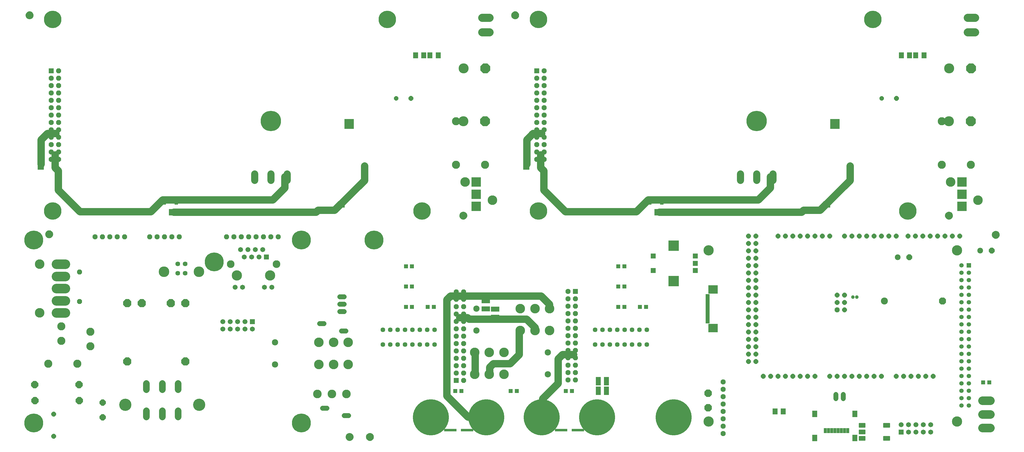
<source format=gbs>
G75*
G70*
%OFA0B0*%
%FSLAX24Y24*%
%IPPOS*%
%LPD*%
%AMOC8*
5,1,8,0,0,1.08239X$1,22.5*
%
%ADD10C,0.1000*%
%ADD11C,0.0973*%
%ADD12C,0.2759*%
%ADD13R,0.0674X0.0674*%
%ADD14OC8,0.0674*%
%ADD15C,0.1360*%
%ADD16OC8,0.1360*%
%ADD17C,0.1100*%
%ADD18OC8,0.0640*%
%ADD19OC8,0.0600*%
%ADD20OC8,0.0973*%
%ADD21C,0.0907*%
%ADD22OC8,0.0840*%
%ADD23C,0.1653*%
%ADD24C,0.1100*%
%ADD25C,0.0674*%
%ADD26C,0.0674*%
%ADD27C,0.0640*%
%ADD28C,0.1436*%
%ADD29C,0.1039*%
%ADD30C,0.1386*%
%ADD31OC8,0.0680*%
%ADD32C,0.0477*%
%ADD33C,0.0946*%
%ADD34OC8,0.0946*%
%ADD35OC8,0.0634*%
%ADD36C,0.1299*%
%ADD37C,0.0848*%
%ADD38C,0.4885*%
%ADD39R,0.0552X0.0552*%
%ADD40C,0.1172*%
%ADD41C,0.0595*%
%ADD42R,0.0595X0.0595*%
%ADD43C,0.0634*%
%ADD44R,0.0710X0.0789*%
%ADD45C,0.0095*%
%ADD46C,0.0050*%
%ADD47C,0.0780*%
%ADD48OC8,0.0780*%
%ADD49C,0.1299*%
%ADD50R,0.0710X0.1143*%
%ADD51R,0.1143X0.0710*%
%ADD52R,0.0710X0.0790*%
%ADD53OC8,0.0996*%
%ADD54R,0.1680X0.0380*%
%ADD55R,0.1287X0.1169*%
%ADD56R,0.0552X0.0198*%
%ADD57R,0.1393X0.1393*%
%ADD58OC8,0.1100*%
%ADD59C,0.0680*%
%ADD60C,0.1169*%
%ADD61R,0.0395X0.0671*%
%ADD62R,0.0651X0.0867*%
%ADD63R,0.1299X0.1299*%
%ADD64R,0.0516X0.0516*%
%ADD65C,0.2365*%
%ADD66C,0.2562*%
D10*
X061012Y009503D02*
X063862Y006653D01*
X066287Y006653D01*
X066312Y006628D01*
X061012Y009503D02*
X061012Y022528D01*
X061012Y022553D02*
X061512Y023053D01*
X072962Y023053D01*
X073062Y023053D02*
X073787Y023053D01*
X074912Y021928D01*
X074912Y021403D01*
X072987Y018753D02*
X071812Y019928D01*
X064012Y019928D01*
X063812Y020128D01*
X062737Y020128D01*
X070812Y018303D02*
X070812Y015128D01*
X069562Y013878D01*
X067312Y013878D01*
X066812Y013378D01*
X066812Y012453D01*
X064837Y012553D02*
X064837Y015353D01*
X072987Y018453D02*
X072987Y018753D01*
X076687Y015103D02*
X076087Y014503D01*
X076087Y011228D01*
X073962Y009103D01*
X073962Y006703D01*
X076687Y015103D02*
X078162Y015103D01*
X077079Y034478D02*
X086679Y034478D01*
X088279Y036078D01*
X103179Y036078D01*
X104754Y037653D01*
X104804Y037728D02*
X104804Y039228D01*
X109304Y034678D02*
X111554Y034678D01*
X115604Y038728D01*
X115604Y040678D01*
X109304Y034678D02*
X109054Y034428D01*
X089779Y034428D01*
X077079Y034478D02*
X074154Y037403D01*
X074154Y040003D01*
X073704Y040453D01*
X073704Y042178D01*
X071829Y040903D02*
X071829Y044228D01*
X072679Y045078D01*
X073829Y045078D01*
X049856Y040678D02*
X049856Y038728D01*
X045806Y034678D01*
X043556Y034678D01*
X043306Y034428D01*
X024031Y034428D01*
X022531Y036078D02*
X037431Y036078D01*
X039006Y037653D01*
X039056Y037728D02*
X039056Y039228D01*
X022531Y036078D02*
X020931Y034478D01*
X011331Y034478D01*
X008406Y037403D01*
X008406Y040003D01*
X007956Y040453D01*
X007956Y042178D01*
X006081Y040903D02*
X006081Y044228D01*
X006931Y045078D01*
X008081Y045078D01*
D11*
X034973Y039622D02*
X034973Y038737D01*
X037173Y038737D02*
X037173Y039622D01*
X039373Y039622D02*
X039373Y038737D01*
X100722Y038737D02*
X100722Y039622D01*
X102922Y039622D02*
X102922Y038737D01*
X105122Y038737D02*
X105122Y039622D01*
D12*
X102922Y046779D03*
X037173Y046779D03*
D13*
X007438Y053594D03*
X036577Y028352D03*
X034662Y019578D03*
X062273Y011618D03*
X078414Y023673D03*
X088945Y026504D03*
X088945Y028472D03*
X094654Y028472D03*
X094654Y027488D03*
X094654Y026504D03*
X122517Y004628D03*
X073186Y053594D03*
D14*
X073186Y052594D03*
X074186Y052594D03*
X074186Y053594D03*
X074186Y051594D03*
X074186Y050594D03*
X073186Y050594D03*
X073186Y051594D03*
X073186Y049594D03*
X074186Y049594D03*
X074186Y048594D03*
X074186Y047594D03*
X073186Y047594D03*
X073186Y048594D03*
X073186Y046594D03*
X073186Y045594D03*
X074186Y045594D03*
X074186Y046594D03*
X074186Y044594D03*
X073186Y044594D03*
X073186Y043594D03*
X073186Y042594D03*
X074186Y042594D03*
X074186Y043594D03*
X074186Y041594D03*
X073186Y041594D03*
X038162Y031078D03*
X037162Y031078D03*
X036162Y031078D03*
X035162Y031078D03*
X034162Y031078D03*
X033162Y031078D03*
X032162Y031078D03*
X031162Y031078D03*
X024762Y031078D03*
X023762Y031078D03*
X022762Y031078D03*
X021762Y031078D03*
X020762Y031078D03*
X017387Y031078D03*
X016387Y031078D03*
X015387Y031078D03*
X014387Y031078D03*
X013387Y031078D03*
X008438Y041594D03*
X007438Y041594D03*
X007438Y042594D03*
X008438Y042594D03*
X008438Y043594D03*
X007438Y043594D03*
X007438Y044594D03*
X008438Y044594D03*
X008438Y045594D03*
X007438Y045594D03*
X007438Y046594D03*
X008438Y046594D03*
X008438Y047594D03*
X007438Y047594D03*
X007438Y048594D03*
X008438Y048594D03*
X008438Y049594D03*
X007438Y049594D03*
X007438Y050594D03*
X008438Y050594D03*
X008438Y051594D03*
X007438Y051594D03*
X007438Y052594D03*
X008438Y052594D03*
X008438Y053594D03*
X062273Y023618D03*
X063273Y023618D03*
X063273Y022618D03*
X062273Y022618D03*
X062273Y021618D03*
X063273Y021618D03*
X063273Y020618D03*
X062273Y020618D03*
X062273Y019618D03*
X063273Y019618D03*
X063273Y018618D03*
X063273Y017618D03*
X062273Y017618D03*
X062273Y018618D03*
X062273Y016618D03*
X063273Y016618D03*
X063273Y015618D03*
X062273Y015618D03*
X062273Y014618D03*
X063273Y014618D03*
X063273Y013618D03*
X063273Y012618D03*
X062273Y012618D03*
X062273Y013618D03*
X063273Y011618D03*
X077414Y011673D03*
X078414Y011673D03*
X078414Y012673D03*
X077414Y012673D03*
X077414Y013673D03*
X078414Y013673D03*
X078414Y014673D03*
X077414Y014673D03*
X077414Y015673D03*
X077414Y016673D03*
X078414Y016673D03*
X078414Y015673D03*
X078414Y017673D03*
X077414Y017673D03*
X077414Y018673D03*
X078414Y018673D03*
X078414Y019673D03*
X077414Y019673D03*
X077414Y020673D03*
X077414Y021673D03*
X078414Y021673D03*
X078414Y020673D03*
X078414Y022673D03*
X077414Y022673D03*
X077414Y023673D03*
X098417Y011428D03*
X098417Y010428D03*
X098417Y009428D03*
X098417Y008428D03*
X098417Y007428D03*
X098417Y006428D03*
X098417Y005428D03*
X098417Y004428D03*
D15*
X128978Y046753D03*
X129003Y053903D03*
X063255Y053903D03*
X063230Y046753D03*
D16*
X066183Y046753D03*
X066208Y053903D03*
X131956Y053903D03*
X131931Y046753D03*
D17*
X131504Y058803D02*
X132504Y058803D01*
X132504Y060772D02*
X131504Y060772D01*
X066756Y060772D02*
X065756Y060772D01*
X065756Y058803D02*
X066756Y058803D01*
D18*
X007762Y004053D03*
X007762Y007053D03*
X056131Y049853D03*
X121879Y049853D03*
D19*
X119879Y049853D03*
X054131Y049853D03*
D20*
X011197Y011049D03*
X011222Y008868D03*
X005222Y008868D03*
X005197Y011049D03*
D21*
X020312Y011216D02*
X020312Y010391D01*
X022462Y010391D02*
X022462Y011216D01*
X024612Y011216D02*
X024612Y010391D01*
X024612Y007516D02*
X024612Y006691D01*
X022462Y006691D02*
X022462Y007516D01*
X020312Y007516D02*
X020312Y006691D01*
D22*
X014412Y006628D03*
X014412Y008628D03*
D23*
X017487Y008328D03*
X027487Y008328D03*
D24*
X012730Y016229D03*
X008793Y016977D03*
X012730Y018204D03*
X008793Y018952D03*
X007025Y013893D03*
X010962Y013893D03*
X062243Y040851D03*
X066180Y040851D03*
X066180Y046756D03*
X062243Y046756D03*
X127991Y046756D03*
X131928Y046756D03*
X131928Y040851D03*
X127991Y040851D03*
D25*
X114687Y009725D02*
X114687Y009131D01*
X113687Y009131D02*
X113687Y009725D01*
X047109Y020953D02*
X046515Y020953D01*
X046515Y021953D02*
X047109Y021953D01*
X047109Y022953D02*
X046515Y022953D01*
D26*
X037317Y024234D03*
X036317Y024234D03*
X033337Y024234D03*
X032337Y024234D03*
X033577Y028352D03*
X034577Y028352D03*
X035577Y028352D03*
X035077Y029352D03*
X034077Y029352D03*
X033077Y029352D03*
X036077Y029352D03*
X033662Y019578D03*
X032662Y019578D03*
X031662Y019578D03*
X030662Y019578D03*
X030662Y018578D03*
X031662Y018578D03*
X032662Y018578D03*
X033662Y018578D03*
X034662Y018578D03*
X122517Y005628D03*
X123517Y005628D03*
X124517Y005628D03*
X125517Y005628D03*
X126517Y005628D03*
X126517Y004628D03*
X125517Y004628D03*
X124517Y004628D03*
X123517Y004628D03*
D27*
X025555Y026158D03*
X024571Y026158D03*
X024571Y027418D03*
X025555Y027418D03*
D28*
X027433Y026355D03*
X022693Y026355D03*
D29*
X031727Y027384D03*
X037927Y027384D03*
D30*
X037077Y025852D03*
X032577Y025852D03*
X096425Y029259D03*
X130087Y029259D03*
X130087Y006031D03*
X096425Y006031D03*
D31*
X113837Y021193D03*
X011262Y022328D03*
X011262Y026328D03*
D32*
X115966Y022928D03*
X116517Y022928D03*
D33*
X120237Y022378D03*
D34*
X128107Y022378D03*
D35*
X114837Y022193D03*
X113837Y022193D03*
X113837Y023193D03*
X114837Y023193D03*
X114837Y021193D03*
X102837Y021193D03*
X101837Y021193D03*
X101837Y020193D03*
X102837Y020193D03*
X102837Y019193D03*
X101837Y019193D03*
X101837Y018193D03*
X102837Y018193D03*
X102837Y017193D03*
X101837Y017193D03*
X101837Y016193D03*
X101837Y015193D03*
X102837Y015193D03*
X102837Y016193D03*
X102837Y014193D03*
X101837Y014193D03*
X103837Y012193D03*
X104837Y012193D03*
X105837Y012193D03*
X106837Y012193D03*
X107837Y012193D03*
X108837Y012193D03*
X109837Y012193D03*
X110837Y012193D03*
X112837Y012193D03*
X113837Y012193D03*
X114837Y012193D03*
X115837Y012193D03*
X116837Y012193D03*
X117837Y012193D03*
X118837Y012193D03*
X119837Y012193D03*
X121837Y012193D03*
X122837Y012193D03*
X123837Y012193D03*
X124837Y012193D03*
X125837Y012193D03*
X126837Y012193D03*
X102837Y022193D03*
X101837Y022193D03*
X101837Y023193D03*
X101837Y024193D03*
X102837Y024193D03*
X102837Y023193D03*
X102837Y025193D03*
X101837Y025193D03*
X101837Y026193D03*
X102837Y026193D03*
X102837Y027193D03*
X101837Y027193D03*
X101837Y028193D03*
X101837Y029193D03*
X102837Y029193D03*
X102837Y028193D03*
X102837Y030193D03*
X101837Y030193D03*
X101837Y031193D03*
X102837Y031193D03*
X105837Y031193D03*
X106837Y031193D03*
X107837Y031193D03*
X108837Y031193D03*
X109837Y031193D03*
X110837Y031193D03*
X111837Y031193D03*
X112837Y031193D03*
X114837Y031193D03*
X115837Y031193D03*
X116837Y031193D03*
X117837Y031193D03*
X118837Y031193D03*
X119837Y031193D03*
X120837Y031193D03*
X121837Y031193D03*
X123437Y031193D03*
X124437Y031193D03*
X125437Y031193D03*
X126437Y031193D03*
X127437Y031193D03*
X128437Y031193D03*
X129437Y031193D03*
X130437Y031193D03*
D36*
X132914Y036030D03*
X129213Y038510D03*
X074910Y021342D03*
X072926Y021342D03*
X070941Y021342D03*
X070941Y018365D03*
X072926Y018365D03*
X074910Y018365D03*
X068732Y015417D03*
X066748Y015417D03*
X064764Y015417D03*
X064764Y012440D03*
X066748Y012440D03*
X068732Y012440D03*
X047647Y013790D03*
X045663Y013790D03*
X043679Y013790D03*
X043679Y016767D03*
X045663Y016767D03*
X047647Y016767D03*
X005863Y020764D03*
X005863Y027378D03*
X063465Y038510D03*
X067166Y036030D03*
D37*
X064989Y021342D03*
X064989Y018365D03*
X074685Y015417D03*
X074685Y012440D03*
X037726Y013790D03*
X037726Y016767D03*
D38*
X058847Y006622D03*
X066347Y006622D03*
X073847Y006622D03*
X081347Y006622D03*
X091701Y006622D03*
D39*
X077941Y010165D03*
X077114Y010165D03*
X070461Y010165D03*
X069634Y010165D03*
X062981Y010165D03*
X062154Y010165D03*
X059240Y021582D03*
X058414Y021582D03*
X056288Y021582D03*
X055461Y021582D03*
X055461Y024338D03*
X056288Y024338D03*
X056288Y027094D03*
X055461Y027094D03*
X084201Y027094D03*
X085028Y027094D03*
X085028Y024338D03*
X084201Y024338D03*
X084201Y021582D03*
X085028Y021582D03*
X087154Y021582D03*
X087981Y021582D03*
X133617Y011346D03*
X134444Y011346D03*
D40*
X134563Y008865D02*
X133498Y008865D01*
X133498Y007015D02*
X134563Y007015D01*
X134563Y005165D02*
X133498Y005165D01*
D41*
X131662Y008196D03*
X130662Y008196D03*
X130662Y009196D03*
X131662Y009196D03*
X131662Y010196D03*
X130662Y010196D03*
X130662Y011196D03*
X131662Y011196D03*
X131662Y012196D03*
X130662Y012196D03*
X130662Y013196D03*
X131662Y013196D03*
X131662Y014196D03*
X130662Y014196D03*
X130662Y015196D03*
X131662Y015196D03*
X131662Y016196D03*
X130662Y016196D03*
X130662Y017196D03*
X131662Y017196D03*
X131662Y018196D03*
X130662Y018196D03*
X130662Y019196D03*
X131662Y019196D03*
X131662Y020196D03*
X130662Y020196D03*
X130662Y021196D03*
X131662Y021196D03*
X131662Y022196D03*
X130662Y022196D03*
X130662Y023196D03*
X131662Y023196D03*
X131662Y024196D03*
X130662Y024196D03*
X130662Y025196D03*
X131662Y025196D03*
X131662Y026196D03*
X130662Y026196D03*
X130662Y027196D03*
D42*
X131662Y027196D03*
D43*
X088071Y018464D03*
X087071Y018464D03*
X086071Y018464D03*
X085071Y018464D03*
X084071Y018464D03*
X083071Y018464D03*
X082071Y018464D03*
X081071Y018464D03*
X081071Y016464D03*
X082071Y016464D03*
X083071Y016464D03*
X084071Y016464D03*
X085071Y016464D03*
X086071Y016464D03*
X087071Y016464D03*
X088071Y016464D03*
X059331Y016464D03*
X058331Y016464D03*
X057331Y016464D03*
X056331Y016464D03*
X055331Y016464D03*
X054331Y016464D03*
X053331Y016464D03*
X052331Y016464D03*
X052331Y018464D03*
X053331Y018464D03*
X054331Y018464D03*
X055331Y018464D03*
X056331Y018464D03*
X057331Y018464D03*
X058331Y018464D03*
X059331Y018464D03*
D44*
X105440Y007403D03*
X106543Y007403D03*
X122528Y055678D03*
X123630Y055678D03*
X057882Y055678D03*
X056780Y055678D03*
D45*
X116807Y005271D02*
X117619Y005271D01*
X116807Y005271D02*
X116807Y005807D01*
X117619Y005807D01*
X117619Y005271D01*
X117619Y005365D02*
X116807Y005365D01*
X116807Y005459D02*
X117619Y005459D01*
X117619Y005553D02*
X116807Y005553D01*
X116807Y005647D02*
X117619Y005647D01*
X117619Y005741D02*
X116807Y005741D01*
X116807Y004385D02*
X117619Y004385D01*
X116807Y004385D02*
X116807Y004921D01*
X117619Y004921D01*
X117619Y004385D01*
X117619Y004479D02*
X116807Y004479D01*
X116807Y004573D02*
X117619Y004573D01*
X117619Y004667D02*
X116807Y004667D01*
X116807Y004761D02*
X117619Y004761D01*
X117619Y004855D02*
X116807Y004855D01*
X116807Y003499D02*
X117619Y003499D01*
X116807Y003499D02*
X116807Y004035D01*
X117619Y004035D01*
X117619Y003499D01*
X117619Y003593D02*
X116807Y003593D01*
X116807Y003687D02*
X117619Y003687D01*
X117619Y003781D02*
X116807Y003781D01*
X116807Y003875D02*
X117619Y003875D01*
X117619Y003969D02*
X116807Y003969D01*
X120114Y003499D02*
X120926Y003499D01*
X120114Y003499D02*
X120114Y004035D01*
X120926Y004035D01*
X120926Y003499D01*
X120926Y003593D02*
X120114Y003593D01*
X120114Y003687D02*
X120926Y003687D01*
X120926Y003781D02*
X120114Y003781D01*
X120114Y003875D02*
X120926Y003875D01*
X120926Y003969D02*
X120114Y003969D01*
X120114Y005271D02*
X120926Y005271D01*
X120114Y005271D02*
X120114Y005807D01*
X120926Y005807D01*
X120926Y005271D01*
X120926Y005365D02*
X120114Y005365D01*
X120114Y005459D02*
X120926Y005459D01*
X120926Y005553D02*
X120114Y005553D01*
X120114Y005647D02*
X120926Y005647D01*
X120926Y005741D02*
X120114Y005741D01*
D46*
X135067Y030920D02*
X134995Y030970D01*
X134934Y031032D01*
X134884Y031103D01*
X134847Y031182D01*
X134824Y031267D01*
X134817Y031353D01*
X134824Y031440D01*
X134847Y031524D01*
X134884Y031603D01*
X134934Y031675D01*
X134995Y031736D01*
X135067Y031786D01*
X135146Y031823D01*
X135230Y031846D01*
X135317Y031853D01*
X135404Y031846D01*
X135488Y031823D01*
X135567Y031786D01*
X135638Y031736D01*
X135700Y031675D01*
X135750Y031603D01*
X135787Y031524D01*
X135809Y031440D01*
X135817Y031353D01*
X135809Y031267D01*
X135787Y031182D01*
X135750Y031103D01*
X135700Y031032D01*
X135638Y030970D01*
X135567Y030920D01*
X135488Y030884D01*
X135404Y030861D01*
X135317Y030853D01*
X135230Y030861D01*
X135146Y030884D01*
X135067Y030920D01*
X135073Y030917D02*
X135561Y030917D01*
X135632Y030966D02*
X135001Y030966D01*
X134951Y031014D02*
X135682Y031014D01*
X135721Y031063D02*
X134912Y031063D01*
X134880Y031111D02*
X135753Y031111D01*
X135776Y031160D02*
X134857Y031160D01*
X134840Y031208D02*
X135794Y031208D01*
X135807Y031257D02*
X134827Y031257D01*
X134821Y031305D02*
X135812Y031305D01*
X135817Y031354D02*
X134817Y031354D01*
X134821Y031402D02*
X135812Y031402D01*
X135806Y031451D02*
X134827Y031451D01*
X134840Y031499D02*
X135793Y031499D01*
X135776Y031548D02*
X134858Y031548D01*
X134880Y031596D02*
X135753Y031596D01*
X135721Y031645D02*
X134913Y031645D01*
X134952Y031693D02*
X135681Y031693D01*
X135630Y031742D02*
X135003Y031742D01*
X135076Y031790D02*
X135558Y031790D01*
X135429Y031839D02*
X135205Y031839D01*
X135200Y030869D02*
X135434Y030869D01*
X129412Y033703D02*
X129449Y033782D01*
X129472Y033867D01*
X129479Y033953D01*
X129472Y034040D01*
X129449Y034124D01*
X129412Y034203D01*
X129362Y034275D01*
X129301Y034336D01*
X129229Y034386D01*
X129150Y034423D01*
X129066Y034446D01*
X128979Y034453D01*
X128892Y034446D01*
X128808Y034423D01*
X128729Y034386D01*
X128658Y034336D01*
X128596Y034275D01*
X128546Y034203D01*
X128509Y034124D01*
X128487Y034040D01*
X128479Y033953D01*
X128487Y033867D01*
X128509Y033782D01*
X128546Y033703D01*
X128596Y033632D01*
X128658Y033570D01*
X128729Y033520D01*
X128808Y033484D01*
X128892Y033461D01*
X128979Y033453D01*
X129066Y033461D01*
X129150Y033484D01*
X129229Y033520D01*
X129301Y033570D01*
X129362Y033632D01*
X129412Y033703D01*
X129397Y033682D02*
X128561Y033682D01*
X128534Y033731D02*
X129425Y033731D01*
X129447Y033779D02*
X128511Y033779D01*
X128497Y033828D02*
X129461Y033828D01*
X129472Y033876D02*
X128486Y033876D01*
X128482Y033925D02*
X129477Y033925D01*
X129477Y033973D02*
X128481Y033973D01*
X128485Y034022D02*
X129473Y034022D01*
X129464Y034070D02*
X128495Y034070D01*
X128508Y034119D02*
X129451Y034119D01*
X129429Y034167D02*
X128529Y034167D01*
X128555Y034216D02*
X129404Y034216D01*
X129370Y034264D02*
X128589Y034264D01*
X128634Y034313D02*
X129324Y034313D01*
X129265Y034361D02*
X128693Y034361D01*
X128779Y034410D02*
X129180Y034410D01*
X129363Y033634D02*
X128595Y033634D01*
X128643Y033585D02*
X129315Y033585D01*
X129252Y033537D02*
X128706Y033537D01*
X128799Y033488D02*
X129160Y033488D01*
X070687Y060853D02*
X070637Y060782D01*
X070576Y060720D01*
X070504Y060670D01*
X070425Y060634D01*
X070341Y060611D01*
X070254Y060603D01*
X070167Y060611D01*
X070083Y060634D01*
X070004Y060670D01*
X069933Y060720D01*
X069871Y060782D01*
X069821Y060853D01*
X069784Y060932D01*
X069762Y061017D01*
X069754Y061103D01*
X069762Y061190D01*
X069784Y061274D01*
X069821Y061353D01*
X069871Y061425D01*
X069933Y061486D01*
X070004Y061536D01*
X070083Y061573D01*
X070167Y061596D01*
X070254Y061603D01*
X070341Y061596D01*
X070425Y061573D01*
X070504Y061536D01*
X070576Y061486D01*
X070637Y061425D01*
X070687Y061353D01*
X070724Y061274D01*
X070747Y061190D01*
X070754Y061103D01*
X070747Y061017D01*
X070724Y060932D01*
X070687Y060853D01*
X070679Y060842D02*
X069829Y060842D01*
X069804Y060891D02*
X070705Y060891D01*
X070726Y060939D02*
X069783Y060939D01*
X069770Y060988D02*
X070739Y060988D01*
X070748Y061036D02*
X069760Y061036D01*
X069756Y061085D02*
X070753Y061085D01*
X070752Y061133D02*
X069757Y061133D01*
X069761Y061182D02*
X070747Y061182D01*
X070736Y061230D02*
X069773Y061230D01*
X069786Y061279D02*
X070722Y061279D01*
X070699Y061327D02*
X069809Y061327D01*
X069837Y061376D02*
X070672Y061376D01*
X070638Y061424D02*
X069871Y061424D01*
X069919Y061473D02*
X070589Y061473D01*
X070526Y061521D02*
X069982Y061521D01*
X070076Y061570D02*
X070433Y061570D01*
X070645Y060794D02*
X069863Y060794D01*
X069908Y060745D02*
X070600Y060745D01*
X070542Y060697D02*
X069967Y060697D01*
X070052Y060648D02*
X070457Y060648D01*
X063402Y034423D02*
X063481Y034386D01*
X063553Y034336D01*
X063614Y034275D01*
X063664Y034203D01*
X063701Y034124D01*
X063724Y034040D01*
X063731Y033953D01*
X063724Y033867D01*
X063701Y033782D01*
X063664Y033703D01*
X063614Y033632D01*
X063553Y033570D01*
X063481Y033520D01*
X063402Y033484D01*
X063318Y033461D01*
X063231Y033453D01*
X063144Y033461D01*
X063060Y033484D01*
X062981Y033520D01*
X062910Y033570D01*
X062848Y033632D01*
X062798Y033703D01*
X062761Y033782D01*
X062739Y033867D01*
X062731Y033953D01*
X062739Y034040D01*
X062761Y034124D01*
X062798Y034203D01*
X062848Y034275D01*
X062910Y034336D01*
X062981Y034386D01*
X063060Y034423D01*
X063144Y034446D01*
X063231Y034453D01*
X063318Y034446D01*
X063402Y034423D01*
X063432Y034410D02*
X063031Y034410D01*
X062945Y034361D02*
X063517Y034361D01*
X063576Y034313D02*
X062886Y034313D01*
X062841Y034264D02*
X063622Y034264D01*
X063656Y034216D02*
X062807Y034216D01*
X062781Y034167D02*
X063681Y034167D01*
X063703Y034119D02*
X062760Y034119D01*
X062747Y034070D02*
X063716Y034070D01*
X063725Y034022D02*
X062737Y034022D01*
X062733Y033973D02*
X063729Y033973D01*
X063729Y033925D02*
X062734Y033925D01*
X062738Y033876D02*
X063724Y033876D01*
X063713Y033828D02*
X062749Y033828D01*
X062763Y033779D02*
X063699Y033779D01*
X063677Y033731D02*
X062785Y033731D01*
X062813Y033682D02*
X063649Y033682D01*
X063615Y033634D02*
X062847Y033634D01*
X062895Y033585D02*
X063567Y033585D01*
X063504Y033537D02*
X062958Y033537D01*
X063051Y033488D02*
X063412Y033488D01*
X007662Y031428D02*
X007654Y031342D01*
X007632Y031257D01*
X007595Y031178D01*
X007545Y031107D01*
X007483Y031045D01*
X007412Y030995D01*
X007333Y030959D01*
X007249Y030936D01*
X007162Y030928D01*
X007075Y030936D01*
X006991Y030959D01*
X006912Y030995D01*
X006840Y031045D01*
X006779Y031107D01*
X006729Y031178D01*
X006692Y031257D01*
X007631Y031257D01*
X007644Y031305D02*
X006679Y031305D01*
X006669Y031342D02*
X006662Y031428D01*
X006669Y031515D01*
X006692Y031599D01*
X006729Y031678D01*
X006779Y031750D01*
X006840Y031811D01*
X006912Y031861D01*
X006991Y031898D01*
X007075Y031921D01*
X007162Y031928D01*
X007249Y031921D01*
X007333Y031898D01*
X007412Y031861D01*
X007483Y031811D01*
X007545Y031750D01*
X007595Y031678D01*
X007632Y031599D01*
X007654Y031515D01*
X007662Y031428D01*
X007660Y031451D02*
X006664Y031451D01*
X006664Y031402D02*
X007659Y031402D01*
X007655Y031354D02*
X006668Y031354D01*
X006669Y031342D02*
X006692Y031257D01*
X006715Y031208D02*
X007609Y031208D01*
X007582Y031160D02*
X006742Y031160D01*
X006775Y031111D02*
X007548Y031111D01*
X007501Y031063D02*
X006823Y031063D01*
X006884Y031014D02*
X007439Y031014D01*
X007349Y030966D02*
X006975Y030966D01*
X006668Y031499D02*
X007655Y031499D01*
X007645Y031548D02*
X006678Y031548D01*
X006691Y031596D02*
X007632Y031596D01*
X007610Y031645D02*
X006713Y031645D01*
X006739Y031693D02*
X007584Y031693D01*
X007550Y031742D02*
X006773Y031742D01*
X006819Y031790D02*
X007504Y031790D01*
X007444Y031839D02*
X006880Y031839D01*
X006968Y031887D02*
X007356Y031887D01*
X047515Y004336D02*
X047587Y004386D01*
X047666Y004423D01*
X047750Y004446D01*
X047837Y004453D01*
X047924Y004446D01*
X048008Y004423D01*
X048087Y004386D01*
X048158Y004336D01*
X048220Y004275D01*
X048270Y004203D01*
X048307Y004124D01*
X048329Y004040D01*
X048337Y003953D01*
X048329Y003867D01*
X048307Y003782D01*
X048270Y003703D01*
X048220Y003632D01*
X048158Y003570D01*
X048087Y003520D01*
X048008Y003484D01*
X047924Y003461D01*
X047837Y003453D01*
X047750Y003461D01*
X047666Y003484D01*
X047587Y003520D01*
X047515Y003570D01*
X047454Y003632D01*
X047404Y003703D01*
X047367Y003782D01*
X047344Y003867D01*
X047337Y003953D01*
X047344Y004040D01*
X047367Y004124D01*
X047404Y004203D01*
X047454Y004275D01*
X047515Y004336D01*
X047520Y004339D02*
X048154Y004339D01*
X048204Y004291D02*
X047470Y004291D01*
X047431Y004242D02*
X048242Y004242D01*
X048274Y004194D02*
X047399Y004194D01*
X047377Y004145D02*
X048297Y004145D01*
X048314Y004097D02*
X047359Y004097D01*
X047346Y004048D02*
X048327Y004048D01*
X048333Y004000D02*
X047341Y004000D01*
X047337Y003951D02*
X048337Y003951D01*
X048332Y003903D02*
X047341Y003903D01*
X047348Y003854D02*
X048326Y003854D01*
X048313Y003806D02*
X047361Y003806D01*
X047378Y003757D02*
X048295Y003757D01*
X048272Y003709D02*
X047401Y003709D01*
X047434Y003660D02*
X048240Y003660D01*
X048200Y003612D02*
X047474Y003612D01*
X047525Y003563D02*
X048148Y003563D01*
X048075Y003515D02*
X047598Y003515D01*
X047730Y003466D02*
X047944Y003466D01*
X048083Y004388D02*
X047590Y004388D01*
X047715Y004436D02*
X047959Y004436D01*
X050094Y004040D02*
X050117Y004124D01*
X050154Y004203D01*
X050204Y004275D01*
X050265Y004336D01*
X050337Y004386D01*
X050416Y004423D01*
X050500Y004446D01*
X050587Y004453D01*
X050674Y004446D01*
X050758Y004423D01*
X050837Y004386D01*
X050908Y004336D01*
X050970Y004275D01*
X051020Y004203D01*
X051057Y004124D01*
X051079Y004040D01*
X051087Y003953D01*
X051079Y003867D01*
X051057Y003782D01*
X051020Y003703D01*
X050970Y003632D01*
X050908Y003570D01*
X050837Y003520D01*
X050758Y003484D01*
X050674Y003461D01*
X050587Y003453D01*
X050500Y003461D01*
X050416Y003484D01*
X050337Y003520D01*
X050265Y003570D01*
X050204Y003632D01*
X050154Y003703D01*
X050117Y003782D01*
X050094Y003867D01*
X050087Y003953D01*
X050094Y004040D01*
X050096Y004048D02*
X051077Y004048D01*
X051083Y004000D02*
X050091Y004000D01*
X050087Y003951D02*
X051087Y003951D01*
X051082Y003903D02*
X050091Y003903D01*
X050098Y003854D02*
X051076Y003854D01*
X051063Y003806D02*
X050111Y003806D01*
X050128Y003757D02*
X051045Y003757D01*
X051022Y003709D02*
X050151Y003709D01*
X050184Y003660D02*
X050990Y003660D01*
X050950Y003612D02*
X050224Y003612D01*
X050275Y003563D02*
X050898Y003563D01*
X050825Y003515D02*
X050348Y003515D01*
X050480Y003466D02*
X050694Y003466D01*
X051064Y004097D02*
X050109Y004097D01*
X050127Y004145D02*
X051047Y004145D01*
X051024Y004194D02*
X050149Y004194D01*
X050181Y004242D02*
X050992Y004242D01*
X050954Y004291D02*
X050220Y004291D01*
X050270Y004339D02*
X050904Y004339D01*
X050833Y004388D02*
X050340Y004388D01*
X050465Y004436D02*
X050709Y004436D01*
X004828Y060720D02*
X004756Y060670D01*
X004677Y060634D01*
X004593Y060611D01*
X004506Y060603D01*
X004419Y060611D01*
X004335Y060634D01*
X004256Y060670D01*
X004185Y060720D01*
X004123Y060782D01*
X004073Y060853D01*
X004036Y060932D01*
X004014Y061017D01*
X004006Y061103D01*
X004014Y061190D01*
X004036Y061274D01*
X004073Y061353D01*
X004123Y061425D01*
X004185Y061486D01*
X004256Y061536D01*
X004335Y061573D01*
X004419Y061596D01*
X004506Y061603D01*
X004593Y061596D01*
X004677Y061573D01*
X004756Y061536D01*
X004828Y061486D01*
X004889Y061425D01*
X004939Y061353D01*
X004976Y061274D01*
X004999Y061190D01*
X005006Y061103D01*
X004999Y061017D01*
X004976Y060932D01*
X004939Y060853D01*
X004889Y060782D01*
X004828Y060720D01*
X004852Y060745D02*
X004160Y060745D01*
X004115Y060794D02*
X004897Y060794D01*
X004931Y060842D02*
X004081Y060842D01*
X004056Y060891D02*
X004957Y060891D01*
X004978Y060939D02*
X004034Y060939D01*
X004022Y060988D02*
X004991Y060988D01*
X005000Y061036D02*
X004012Y061036D01*
X004008Y061085D02*
X005005Y061085D01*
X005004Y061133D02*
X004009Y061133D01*
X004013Y061182D02*
X004999Y061182D01*
X004988Y061230D02*
X004024Y061230D01*
X004038Y061279D02*
X004974Y061279D01*
X004951Y061327D02*
X004061Y061327D01*
X004089Y061376D02*
X004924Y061376D01*
X004890Y061424D02*
X004123Y061424D01*
X004171Y061473D02*
X004841Y061473D01*
X004778Y061521D02*
X004234Y061521D01*
X004328Y061570D02*
X004685Y061570D01*
X004794Y060697D02*
X004219Y060697D01*
X004304Y060648D02*
X004709Y060648D01*
D47*
X122029Y028328D03*
X133199Y029228D03*
D48*
X134774Y029228D03*
X123604Y028328D03*
D49*
X009327Y027378D02*
X008146Y027378D01*
X008146Y025725D02*
X009327Y025725D01*
X009327Y024071D02*
X008146Y024071D01*
X008146Y022418D02*
X009327Y022418D01*
X009327Y020764D02*
X008146Y020764D01*
D50*
X081510Y011503D03*
X082613Y011503D03*
X082613Y010228D03*
X081510Y010228D03*
D51*
X067537Y020177D03*
X067537Y021280D03*
X066262Y021302D03*
X066262Y022405D03*
D52*
X059841Y055678D03*
X058721Y055678D03*
X124469Y055678D03*
X125589Y055678D03*
D53*
X096362Y009872D03*
X096362Y007903D03*
D54*
X078748Y004878D03*
X076488Y004878D03*
X063723Y004878D03*
X061463Y004878D03*
D55*
X097037Y018698D03*
X097037Y023958D03*
D56*
X096289Y023198D03*
X096289Y023002D03*
X096289Y022805D03*
X096289Y022608D03*
X096289Y022411D03*
X096289Y022214D03*
X096289Y022017D03*
X096289Y021820D03*
X096289Y021624D03*
X096289Y021427D03*
X096289Y021230D03*
X096289Y021033D03*
X096289Y020836D03*
X096289Y020639D03*
X096289Y020443D03*
X096289Y020246D03*
X096289Y020049D03*
X096289Y019852D03*
X096289Y019655D03*
X096289Y019458D03*
D57*
X091701Y025086D03*
X091701Y029889D03*
D58*
X025599Y022065D03*
X023630Y022065D03*
X019693Y022065D03*
X017725Y022065D03*
X017725Y014191D03*
X025599Y014191D03*
D59*
X043785Y019328D02*
X044385Y019328D01*
X046738Y018328D02*
X047338Y018328D01*
X044760Y007853D02*
X044160Y007853D01*
X047113Y006853D02*
X047713Y006853D01*
D60*
X047410Y009771D03*
X045441Y009771D03*
X043473Y009771D03*
D61*
X112230Y004828D03*
X112663Y004828D03*
X113096Y004828D03*
X113529Y004828D03*
X113962Y004828D03*
X114396Y004828D03*
X114829Y004828D03*
X115262Y004828D03*
D62*
X116226Y003805D03*
X110813Y003805D03*
X110813Y007072D03*
X116226Y007072D03*
D63*
X130729Y035203D03*
X130729Y036857D03*
X130729Y038510D03*
X064981Y038510D03*
X064981Y036857D03*
X064981Y035203D03*
D64*
X071579Y040428D03*
X071954Y040428D03*
X071954Y040853D03*
X071579Y040853D03*
X088479Y036078D03*
X088479Y035678D03*
X090104Y035678D03*
X090104Y036078D03*
X089779Y034603D03*
X089779Y034228D03*
X089354Y034228D03*
X089354Y034603D03*
X112254Y035278D03*
X112254Y035678D03*
X112679Y035678D03*
X112679Y035278D03*
X113129Y045953D03*
X113529Y045953D03*
X113929Y045953D03*
X113929Y046378D03*
X113529Y046378D03*
X113129Y046378D03*
X113129Y046803D03*
X113529Y046803D03*
X113929Y046803D03*
X048181Y046803D03*
X047781Y046803D03*
X047381Y046803D03*
X047381Y046378D03*
X047781Y046378D03*
X048181Y046378D03*
X048181Y045953D03*
X047781Y045953D03*
X047381Y045953D03*
X046931Y035678D03*
X046931Y035278D03*
X046506Y035278D03*
X046506Y035678D03*
X024356Y035678D03*
X024356Y036078D03*
X024031Y034603D03*
X024031Y034228D03*
X023606Y034228D03*
X023606Y034603D03*
X022731Y035678D03*
X022731Y036078D03*
X006206Y040428D03*
X005831Y040428D03*
X005831Y040853D03*
X006206Y040853D03*
D65*
X007646Y034574D03*
X057646Y034574D03*
X073394Y034574D03*
X123394Y034574D03*
X118670Y060559D03*
X073394Y060559D03*
X052922Y060559D03*
X007646Y060559D03*
D66*
X005087Y030637D03*
X029496Y027685D03*
X041307Y030637D03*
X051150Y030637D03*
X041307Y005834D03*
X005087Y005834D03*
M02*

</source>
